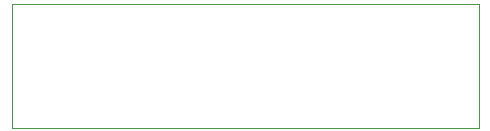
<source format=gm1>
%TF.GenerationSoftware,KiCad,Pcbnew,8.0.4*%
%TF.CreationDate,2025-01-06T15:09:24+00:00*%
%TF.ProjectId,5050_led_3,35303530-5f6c-4656-945f-332e6b696361,rev?*%
%TF.SameCoordinates,Original*%
%TF.FileFunction,Profile,NP*%
%FSLAX46Y46*%
G04 Gerber Fmt 4.6, Leading zero omitted, Abs format (unit mm)*
G04 Created by KiCad (PCBNEW 8.0.4) date 2025-01-06 15:09:24*
%MOMM*%
%LPD*%
G01*
G04 APERTURE LIST*
%TA.AperFunction,Profile*%
%ADD10C,0.050000*%
%TD*%
G04 APERTURE END LIST*
D10*
X50000000Y-50000000D02*
X89500000Y-50000000D01*
X89500000Y-60500000D01*
X50000000Y-60500000D01*
X50000000Y-50000000D01*
M02*

</source>
